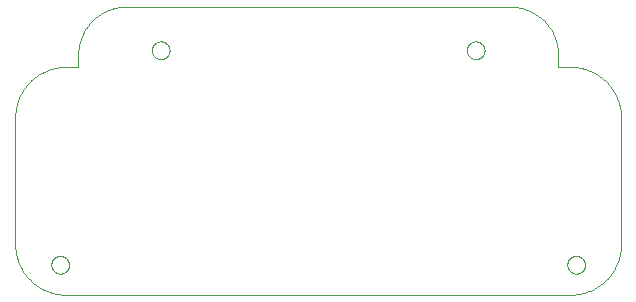
<source format=gko>
G75*
%MOIN*%
%OFA0B0*%
%FSLAX25Y25*%
%IPPOS*%
%LPD*%
%AMOC8*
5,1,8,0,0,1.08239X$1,22.5*
%
%ADD10C,0.00000*%
D10*
X0077000Y0035000D02*
X0245000Y0035000D01*
X0244047Y0045000D02*
X0244049Y0045108D01*
X0244055Y0045217D01*
X0244065Y0045325D01*
X0244079Y0045432D01*
X0244097Y0045539D01*
X0244118Y0045646D01*
X0244144Y0045751D01*
X0244174Y0045856D01*
X0244207Y0045959D01*
X0244244Y0046061D01*
X0244285Y0046161D01*
X0244329Y0046260D01*
X0244378Y0046358D01*
X0244429Y0046453D01*
X0244484Y0046546D01*
X0244543Y0046638D01*
X0244605Y0046727D01*
X0244670Y0046814D01*
X0244738Y0046898D01*
X0244809Y0046980D01*
X0244883Y0047059D01*
X0244960Y0047135D01*
X0245040Y0047209D01*
X0245123Y0047279D01*
X0245208Y0047347D01*
X0245295Y0047411D01*
X0245385Y0047472D01*
X0245477Y0047530D01*
X0245571Y0047584D01*
X0245667Y0047635D01*
X0245764Y0047682D01*
X0245864Y0047726D01*
X0245965Y0047766D01*
X0246067Y0047802D01*
X0246170Y0047834D01*
X0246275Y0047863D01*
X0246381Y0047887D01*
X0246487Y0047908D01*
X0246594Y0047925D01*
X0246702Y0047938D01*
X0246810Y0047947D01*
X0246919Y0047952D01*
X0247027Y0047953D01*
X0247136Y0047950D01*
X0247244Y0047943D01*
X0247352Y0047932D01*
X0247459Y0047917D01*
X0247566Y0047898D01*
X0247672Y0047875D01*
X0247777Y0047849D01*
X0247882Y0047818D01*
X0247984Y0047784D01*
X0248086Y0047746D01*
X0248186Y0047704D01*
X0248285Y0047659D01*
X0248382Y0047610D01*
X0248476Y0047557D01*
X0248569Y0047501D01*
X0248660Y0047442D01*
X0248749Y0047379D01*
X0248835Y0047314D01*
X0248919Y0047245D01*
X0249000Y0047173D01*
X0249078Y0047098D01*
X0249154Y0047020D01*
X0249227Y0046939D01*
X0249297Y0046856D01*
X0249363Y0046771D01*
X0249427Y0046683D01*
X0249487Y0046592D01*
X0249544Y0046500D01*
X0249597Y0046405D01*
X0249647Y0046309D01*
X0249693Y0046211D01*
X0249736Y0046111D01*
X0249775Y0046010D01*
X0249810Y0045907D01*
X0249842Y0045804D01*
X0249869Y0045699D01*
X0249893Y0045593D01*
X0249913Y0045486D01*
X0249929Y0045379D01*
X0249941Y0045271D01*
X0249949Y0045163D01*
X0249953Y0045054D01*
X0249953Y0044946D01*
X0249949Y0044837D01*
X0249941Y0044729D01*
X0249929Y0044621D01*
X0249913Y0044514D01*
X0249893Y0044407D01*
X0249869Y0044301D01*
X0249842Y0044196D01*
X0249810Y0044093D01*
X0249775Y0043990D01*
X0249736Y0043889D01*
X0249693Y0043789D01*
X0249647Y0043691D01*
X0249597Y0043595D01*
X0249544Y0043500D01*
X0249487Y0043408D01*
X0249427Y0043317D01*
X0249363Y0043229D01*
X0249297Y0043144D01*
X0249227Y0043061D01*
X0249154Y0042980D01*
X0249078Y0042902D01*
X0249000Y0042827D01*
X0248919Y0042755D01*
X0248835Y0042686D01*
X0248749Y0042621D01*
X0248660Y0042558D01*
X0248569Y0042499D01*
X0248477Y0042443D01*
X0248382Y0042390D01*
X0248285Y0042341D01*
X0248186Y0042296D01*
X0248086Y0042254D01*
X0247984Y0042216D01*
X0247882Y0042182D01*
X0247777Y0042151D01*
X0247672Y0042125D01*
X0247566Y0042102D01*
X0247459Y0042083D01*
X0247352Y0042068D01*
X0247244Y0042057D01*
X0247136Y0042050D01*
X0247027Y0042047D01*
X0246919Y0042048D01*
X0246810Y0042053D01*
X0246702Y0042062D01*
X0246594Y0042075D01*
X0246487Y0042092D01*
X0246381Y0042113D01*
X0246275Y0042137D01*
X0246170Y0042166D01*
X0246067Y0042198D01*
X0245965Y0042234D01*
X0245864Y0042274D01*
X0245764Y0042318D01*
X0245667Y0042365D01*
X0245571Y0042416D01*
X0245477Y0042470D01*
X0245385Y0042528D01*
X0245295Y0042589D01*
X0245208Y0042653D01*
X0245123Y0042721D01*
X0245040Y0042791D01*
X0244960Y0042865D01*
X0244883Y0042941D01*
X0244809Y0043020D01*
X0244738Y0043102D01*
X0244670Y0043186D01*
X0244605Y0043273D01*
X0244543Y0043362D01*
X0244484Y0043454D01*
X0244429Y0043547D01*
X0244378Y0043642D01*
X0244329Y0043740D01*
X0244285Y0043839D01*
X0244244Y0043939D01*
X0244207Y0044041D01*
X0244174Y0044144D01*
X0244144Y0044249D01*
X0244118Y0044354D01*
X0244097Y0044461D01*
X0244079Y0044568D01*
X0244065Y0044675D01*
X0244055Y0044783D01*
X0244049Y0044892D01*
X0244047Y0045000D01*
X0245000Y0035000D02*
X0245411Y0035005D01*
X0245821Y0035020D01*
X0246231Y0035045D01*
X0246641Y0035079D01*
X0247049Y0035124D01*
X0247456Y0035178D01*
X0247862Y0035243D01*
X0248266Y0035317D01*
X0248668Y0035401D01*
X0249068Y0035494D01*
X0249466Y0035597D01*
X0249861Y0035710D01*
X0250253Y0035832D01*
X0250642Y0035964D01*
X0251028Y0036105D01*
X0251411Y0036255D01*
X0251789Y0036415D01*
X0252164Y0036583D01*
X0252534Y0036761D01*
X0252900Y0036947D01*
X0253262Y0037143D01*
X0253618Y0037347D01*
X0253970Y0037559D01*
X0254316Y0037780D01*
X0254657Y0038009D01*
X0254992Y0038247D01*
X0255322Y0038492D01*
X0255645Y0038746D01*
X0255962Y0039007D01*
X0256273Y0039275D01*
X0256577Y0039551D01*
X0256875Y0039835D01*
X0257165Y0040125D01*
X0257449Y0040423D01*
X0257725Y0040727D01*
X0257993Y0041038D01*
X0258254Y0041355D01*
X0258508Y0041678D01*
X0258753Y0042008D01*
X0258991Y0042343D01*
X0259220Y0042684D01*
X0259441Y0043030D01*
X0259653Y0043382D01*
X0259857Y0043738D01*
X0260053Y0044100D01*
X0260239Y0044466D01*
X0260417Y0044836D01*
X0260585Y0045211D01*
X0260745Y0045589D01*
X0260895Y0045972D01*
X0261036Y0046358D01*
X0261168Y0046747D01*
X0261290Y0047139D01*
X0261403Y0047534D01*
X0261506Y0047932D01*
X0261599Y0048332D01*
X0261683Y0048734D01*
X0261757Y0049138D01*
X0261822Y0049544D01*
X0261876Y0049951D01*
X0261921Y0050359D01*
X0261955Y0050769D01*
X0261980Y0051179D01*
X0261995Y0051589D01*
X0262000Y0052000D01*
X0262000Y0094000D01*
X0261995Y0094411D01*
X0261980Y0094821D01*
X0261955Y0095231D01*
X0261921Y0095641D01*
X0261876Y0096049D01*
X0261822Y0096456D01*
X0261757Y0096862D01*
X0261683Y0097266D01*
X0261599Y0097668D01*
X0261506Y0098068D01*
X0261403Y0098466D01*
X0261290Y0098861D01*
X0261168Y0099253D01*
X0261036Y0099642D01*
X0260895Y0100028D01*
X0260745Y0100411D01*
X0260585Y0100789D01*
X0260417Y0101164D01*
X0260239Y0101534D01*
X0260053Y0101900D01*
X0259857Y0102262D01*
X0259653Y0102618D01*
X0259441Y0102970D01*
X0259220Y0103316D01*
X0258991Y0103657D01*
X0258753Y0103992D01*
X0258508Y0104322D01*
X0258254Y0104645D01*
X0257993Y0104962D01*
X0257725Y0105273D01*
X0257449Y0105577D01*
X0257165Y0105875D01*
X0256875Y0106165D01*
X0256577Y0106449D01*
X0256273Y0106725D01*
X0255962Y0106993D01*
X0255645Y0107254D01*
X0255322Y0107508D01*
X0254992Y0107753D01*
X0254657Y0107991D01*
X0254316Y0108220D01*
X0253970Y0108441D01*
X0253618Y0108653D01*
X0253262Y0108857D01*
X0252900Y0109053D01*
X0252534Y0109239D01*
X0252164Y0109417D01*
X0251789Y0109585D01*
X0251411Y0109745D01*
X0251028Y0109895D01*
X0250642Y0110036D01*
X0250253Y0110168D01*
X0249861Y0110290D01*
X0249466Y0110403D01*
X0249068Y0110506D01*
X0248668Y0110599D01*
X0248266Y0110683D01*
X0247862Y0110757D01*
X0247456Y0110822D01*
X0247049Y0110876D01*
X0246641Y0110921D01*
X0246231Y0110955D01*
X0245821Y0110980D01*
X0245411Y0110995D01*
X0245000Y0111000D01*
X0241000Y0111000D01*
X0241000Y0115000D01*
X0240995Y0115387D01*
X0240981Y0115773D01*
X0240958Y0116159D01*
X0240925Y0116544D01*
X0240883Y0116929D01*
X0240832Y0117312D01*
X0240772Y0117694D01*
X0240702Y0118074D01*
X0240623Y0118453D01*
X0240535Y0118829D01*
X0240438Y0119203D01*
X0240332Y0119575D01*
X0240217Y0119944D01*
X0240093Y0120311D01*
X0239960Y0120674D01*
X0239819Y0121034D01*
X0239669Y0121390D01*
X0239510Y0121742D01*
X0239343Y0122091D01*
X0239167Y0122436D01*
X0238983Y0122776D01*
X0238792Y0123111D01*
X0238591Y0123442D01*
X0238384Y0123768D01*
X0238168Y0124089D01*
X0237944Y0124405D01*
X0237713Y0124715D01*
X0237475Y0125019D01*
X0237229Y0125317D01*
X0236976Y0125610D01*
X0236716Y0125896D01*
X0236450Y0126176D01*
X0236176Y0126450D01*
X0235896Y0126716D01*
X0235610Y0126976D01*
X0235317Y0127229D01*
X0235019Y0127475D01*
X0234715Y0127713D01*
X0234405Y0127944D01*
X0234089Y0128168D01*
X0233768Y0128384D01*
X0233442Y0128591D01*
X0233111Y0128792D01*
X0232776Y0128983D01*
X0232436Y0129167D01*
X0232091Y0129343D01*
X0231742Y0129510D01*
X0231390Y0129669D01*
X0231034Y0129819D01*
X0230674Y0129960D01*
X0230311Y0130093D01*
X0229944Y0130217D01*
X0229575Y0130332D01*
X0229203Y0130438D01*
X0228829Y0130535D01*
X0228453Y0130623D01*
X0228074Y0130702D01*
X0227694Y0130772D01*
X0227312Y0130832D01*
X0226929Y0130883D01*
X0226544Y0130925D01*
X0226159Y0130958D01*
X0225773Y0130981D01*
X0225387Y0130995D01*
X0225000Y0131000D01*
X0097000Y0131000D01*
X0105547Y0116500D02*
X0105549Y0116608D01*
X0105555Y0116717D01*
X0105565Y0116825D01*
X0105579Y0116932D01*
X0105597Y0117039D01*
X0105618Y0117146D01*
X0105644Y0117251D01*
X0105674Y0117356D01*
X0105707Y0117459D01*
X0105744Y0117561D01*
X0105785Y0117661D01*
X0105829Y0117760D01*
X0105878Y0117858D01*
X0105929Y0117953D01*
X0105984Y0118046D01*
X0106043Y0118138D01*
X0106105Y0118227D01*
X0106170Y0118314D01*
X0106238Y0118398D01*
X0106309Y0118480D01*
X0106383Y0118559D01*
X0106460Y0118635D01*
X0106540Y0118709D01*
X0106623Y0118779D01*
X0106708Y0118847D01*
X0106795Y0118911D01*
X0106885Y0118972D01*
X0106977Y0119030D01*
X0107071Y0119084D01*
X0107167Y0119135D01*
X0107264Y0119182D01*
X0107364Y0119226D01*
X0107465Y0119266D01*
X0107567Y0119302D01*
X0107670Y0119334D01*
X0107775Y0119363D01*
X0107881Y0119387D01*
X0107987Y0119408D01*
X0108094Y0119425D01*
X0108202Y0119438D01*
X0108310Y0119447D01*
X0108419Y0119452D01*
X0108527Y0119453D01*
X0108636Y0119450D01*
X0108744Y0119443D01*
X0108852Y0119432D01*
X0108959Y0119417D01*
X0109066Y0119398D01*
X0109172Y0119375D01*
X0109277Y0119349D01*
X0109382Y0119318D01*
X0109484Y0119284D01*
X0109586Y0119246D01*
X0109686Y0119204D01*
X0109785Y0119159D01*
X0109882Y0119110D01*
X0109976Y0119057D01*
X0110069Y0119001D01*
X0110160Y0118942D01*
X0110249Y0118879D01*
X0110335Y0118814D01*
X0110419Y0118745D01*
X0110500Y0118673D01*
X0110578Y0118598D01*
X0110654Y0118520D01*
X0110727Y0118439D01*
X0110797Y0118356D01*
X0110863Y0118271D01*
X0110927Y0118183D01*
X0110987Y0118092D01*
X0111044Y0118000D01*
X0111097Y0117905D01*
X0111147Y0117809D01*
X0111193Y0117711D01*
X0111236Y0117611D01*
X0111275Y0117510D01*
X0111310Y0117407D01*
X0111342Y0117304D01*
X0111369Y0117199D01*
X0111393Y0117093D01*
X0111413Y0116986D01*
X0111429Y0116879D01*
X0111441Y0116771D01*
X0111449Y0116663D01*
X0111453Y0116554D01*
X0111453Y0116446D01*
X0111449Y0116337D01*
X0111441Y0116229D01*
X0111429Y0116121D01*
X0111413Y0116014D01*
X0111393Y0115907D01*
X0111369Y0115801D01*
X0111342Y0115696D01*
X0111310Y0115593D01*
X0111275Y0115490D01*
X0111236Y0115389D01*
X0111193Y0115289D01*
X0111147Y0115191D01*
X0111097Y0115095D01*
X0111044Y0115000D01*
X0110987Y0114908D01*
X0110927Y0114817D01*
X0110863Y0114729D01*
X0110797Y0114644D01*
X0110727Y0114561D01*
X0110654Y0114480D01*
X0110578Y0114402D01*
X0110500Y0114327D01*
X0110419Y0114255D01*
X0110335Y0114186D01*
X0110249Y0114121D01*
X0110160Y0114058D01*
X0110069Y0113999D01*
X0109977Y0113943D01*
X0109882Y0113890D01*
X0109785Y0113841D01*
X0109686Y0113796D01*
X0109586Y0113754D01*
X0109484Y0113716D01*
X0109382Y0113682D01*
X0109277Y0113651D01*
X0109172Y0113625D01*
X0109066Y0113602D01*
X0108959Y0113583D01*
X0108852Y0113568D01*
X0108744Y0113557D01*
X0108636Y0113550D01*
X0108527Y0113547D01*
X0108419Y0113548D01*
X0108310Y0113553D01*
X0108202Y0113562D01*
X0108094Y0113575D01*
X0107987Y0113592D01*
X0107881Y0113613D01*
X0107775Y0113637D01*
X0107670Y0113666D01*
X0107567Y0113698D01*
X0107465Y0113734D01*
X0107364Y0113774D01*
X0107264Y0113818D01*
X0107167Y0113865D01*
X0107071Y0113916D01*
X0106977Y0113970D01*
X0106885Y0114028D01*
X0106795Y0114089D01*
X0106708Y0114153D01*
X0106623Y0114221D01*
X0106540Y0114291D01*
X0106460Y0114365D01*
X0106383Y0114441D01*
X0106309Y0114520D01*
X0106238Y0114602D01*
X0106170Y0114686D01*
X0106105Y0114773D01*
X0106043Y0114862D01*
X0105984Y0114954D01*
X0105929Y0115047D01*
X0105878Y0115142D01*
X0105829Y0115240D01*
X0105785Y0115339D01*
X0105744Y0115439D01*
X0105707Y0115541D01*
X0105674Y0115644D01*
X0105644Y0115749D01*
X0105618Y0115854D01*
X0105597Y0115961D01*
X0105579Y0116068D01*
X0105565Y0116175D01*
X0105555Y0116283D01*
X0105549Y0116392D01*
X0105547Y0116500D01*
X0097000Y0131000D02*
X0096613Y0130995D01*
X0096227Y0130981D01*
X0095841Y0130958D01*
X0095456Y0130925D01*
X0095071Y0130883D01*
X0094688Y0130832D01*
X0094306Y0130772D01*
X0093926Y0130702D01*
X0093547Y0130623D01*
X0093171Y0130535D01*
X0092797Y0130438D01*
X0092425Y0130332D01*
X0092056Y0130217D01*
X0091689Y0130093D01*
X0091326Y0129960D01*
X0090966Y0129819D01*
X0090610Y0129669D01*
X0090258Y0129510D01*
X0089909Y0129343D01*
X0089564Y0129167D01*
X0089224Y0128983D01*
X0088889Y0128792D01*
X0088558Y0128591D01*
X0088232Y0128384D01*
X0087911Y0128168D01*
X0087595Y0127944D01*
X0087285Y0127713D01*
X0086981Y0127475D01*
X0086683Y0127229D01*
X0086390Y0126976D01*
X0086104Y0126716D01*
X0085824Y0126450D01*
X0085550Y0126176D01*
X0085284Y0125896D01*
X0085024Y0125610D01*
X0084771Y0125317D01*
X0084525Y0125019D01*
X0084287Y0124715D01*
X0084056Y0124405D01*
X0083832Y0124089D01*
X0083616Y0123768D01*
X0083409Y0123442D01*
X0083208Y0123111D01*
X0083017Y0122776D01*
X0082833Y0122436D01*
X0082657Y0122091D01*
X0082490Y0121742D01*
X0082331Y0121390D01*
X0082181Y0121034D01*
X0082040Y0120674D01*
X0081907Y0120311D01*
X0081783Y0119944D01*
X0081668Y0119575D01*
X0081562Y0119203D01*
X0081465Y0118829D01*
X0081377Y0118453D01*
X0081298Y0118074D01*
X0081228Y0117694D01*
X0081168Y0117312D01*
X0081117Y0116929D01*
X0081075Y0116544D01*
X0081042Y0116159D01*
X0081019Y0115773D01*
X0081005Y0115387D01*
X0081000Y0115000D01*
X0081000Y0111000D01*
X0077000Y0111000D01*
X0076589Y0110995D01*
X0076179Y0110980D01*
X0075769Y0110955D01*
X0075359Y0110921D01*
X0074951Y0110876D01*
X0074544Y0110822D01*
X0074138Y0110757D01*
X0073734Y0110683D01*
X0073332Y0110599D01*
X0072932Y0110506D01*
X0072534Y0110403D01*
X0072139Y0110290D01*
X0071747Y0110168D01*
X0071358Y0110036D01*
X0070972Y0109895D01*
X0070589Y0109745D01*
X0070211Y0109585D01*
X0069836Y0109417D01*
X0069466Y0109239D01*
X0069100Y0109053D01*
X0068738Y0108857D01*
X0068382Y0108653D01*
X0068030Y0108441D01*
X0067684Y0108220D01*
X0067343Y0107991D01*
X0067008Y0107753D01*
X0066678Y0107508D01*
X0066355Y0107254D01*
X0066038Y0106993D01*
X0065727Y0106725D01*
X0065423Y0106449D01*
X0065125Y0106165D01*
X0064835Y0105875D01*
X0064551Y0105577D01*
X0064275Y0105273D01*
X0064007Y0104962D01*
X0063746Y0104645D01*
X0063492Y0104322D01*
X0063247Y0103992D01*
X0063009Y0103657D01*
X0062780Y0103316D01*
X0062559Y0102970D01*
X0062347Y0102618D01*
X0062143Y0102262D01*
X0061947Y0101900D01*
X0061761Y0101534D01*
X0061583Y0101164D01*
X0061415Y0100789D01*
X0061255Y0100411D01*
X0061105Y0100028D01*
X0060964Y0099642D01*
X0060832Y0099253D01*
X0060710Y0098861D01*
X0060597Y0098466D01*
X0060494Y0098068D01*
X0060401Y0097668D01*
X0060317Y0097266D01*
X0060243Y0096862D01*
X0060178Y0096456D01*
X0060124Y0096049D01*
X0060079Y0095641D01*
X0060045Y0095231D01*
X0060020Y0094821D01*
X0060005Y0094411D01*
X0060000Y0094000D01*
X0060000Y0052000D01*
X0072047Y0045000D02*
X0072049Y0045108D01*
X0072055Y0045217D01*
X0072065Y0045325D01*
X0072079Y0045432D01*
X0072097Y0045539D01*
X0072118Y0045646D01*
X0072144Y0045751D01*
X0072174Y0045856D01*
X0072207Y0045959D01*
X0072244Y0046061D01*
X0072285Y0046161D01*
X0072329Y0046260D01*
X0072378Y0046358D01*
X0072429Y0046453D01*
X0072484Y0046546D01*
X0072543Y0046638D01*
X0072605Y0046727D01*
X0072670Y0046814D01*
X0072738Y0046898D01*
X0072809Y0046980D01*
X0072883Y0047059D01*
X0072960Y0047135D01*
X0073040Y0047209D01*
X0073123Y0047279D01*
X0073208Y0047347D01*
X0073295Y0047411D01*
X0073385Y0047472D01*
X0073477Y0047530D01*
X0073571Y0047584D01*
X0073667Y0047635D01*
X0073764Y0047682D01*
X0073864Y0047726D01*
X0073965Y0047766D01*
X0074067Y0047802D01*
X0074170Y0047834D01*
X0074275Y0047863D01*
X0074381Y0047887D01*
X0074487Y0047908D01*
X0074594Y0047925D01*
X0074702Y0047938D01*
X0074810Y0047947D01*
X0074919Y0047952D01*
X0075027Y0047953D01*
X0075136Y0047950D01*
X0075244Y0047943D01*
X0075352Y0047932D01*
X0075459Y0047917D01*
X0075566Y0047898D01*
X0075672Y0047875D01*
X0075777Y0047849D01*
X0075882Y0047818D01*
X0075984Y0047784D01*
X0076086Y0047746D01*
X0076186Y0047704D01*
X0076285Y0047659D01*
X0076382Y0047610D01*
X0076476Y0047557D01*
X0076569Y0047501D01*
X0076660Y0047442D01*
X0076749Y0047379D01*
X0076835Y0047314D01*
X0076919Y0047245D01*
X0077000Y0047173D01*
X0077078Y0047098D01*
X0077154Y0047020D01*
X0077227Y0046939D01*
X0077297Y0046856D01*
X0077363Y0046771D01*
X0077427Y0046683D01*
X0077487Y0046592D01*
X0077544Y0046500D01*
X0077597Y0046405D01*
X0077647Y0046309D01*
X0077693Y0046211D01*
X0077736Y0046111D01*
X0077775Y0046010D01*
X0077810Y0045907D01*
X0077842Y0045804D01*
X0077869Y0045699D01*
X0077893Y0045593D01*
X0077913Y0045486D01*
X0077929Y0045379D01*
X0077941Y0045271D01*
X0077949Y0045163D01*
X0077953Y0045054D01*
X0077953Y0044946D01*
X0077949Y0044837D01*
X0077941Y0044729D01*
X0077929Y0044621D01*
X0077913Y0044514D01*
X0077893Y0044407D01*
X0077869Y0044301D01*
X0077842Y0044196D01*
X0077810Y0044093D01*
X0077775Y0043990D01*
X0077736Y0043889D01*
X0077693Y0043789D01*
X0077647Y0043691D01*
X0077597Y0043595D01*
X0077544Y0043500D01*
X0077487Y0043408D01*
X0077427Y0043317D01*
X0077363Y0043229D01*
X0077297Y0043144D01*
X0077227Y0043061D01*
X0077154Y0042980D01*
X0077078Y0042902D01*
X0077000Y0042827D01*
X0076919Y0042755D01*
X0076835Y0042686D01*
X0076749Y0042621D01*
X0076660Y0042558D01*
X0076569Y0042499D01*
X0076477Y0042443D01*
X0076382Y0042390D01*
X0076285Y0042341D01*
X0076186Y0042296D01*
X0076086Y0042254D01*
X0075984Y0042216D01*
X0075882Y0042182D01*
X0075777Y0042151D01*
X0075672Y0042125D01*
X0075566Y0042102D01*
X0075459Y0042083D01*
X0075352Y0042068D01*
X0075244Y0042057D01*
X0075136Y0042050D01*
X0075027Y0042047D01*
X0074919Y0042048D01*
X0074810Y0042053D01*
X0074702Y0042062D01*
X0074594Y0042075D01*
X0074487Y0042092D01*
X0074381Y0042113D01*
X0074275Y0042137D01*
X0074170Y0042166D01*
X0074067Y0042198D01*
X0073965Y0042234D01*
X0073864Y0042274D01*
X0073764Y0042318D01*
X0073667Y0042365D01*
X0073571Y0042416D01*
X0073477Y0042470D01*
X0073385Y0042528D01*
X0073295Y0042589D01*
X0073208Y0042653D01*
X0073123Y0042721D01*
X0073040Y0042791D01*
X0072960Y0042865D01*
X0072883Y0042941D01*
X0072809Y0043020D01*
X0072738Y0043102D01*
X0072670Y0043186D01*
X0072605Y0043273D01*
X0072543Y0043362D01*
X0072484Y0043454D01*
X0072429Y0043547D01*
X0072378Y0043642D01*
X0072329Y0043740D01*
X0072285Y0043839D01*
X0072244Y0043939D01*
X0072207Y0044041D01*
X0072174Y0044144D01*
X0072144Y0044249D01*
X0072118Y0044354D01*
X0072097Y0044461D01*
X0072079Y0044568D01*
X0072065Y0044675D01*
X0072055Y0044783D01*
X0072049Y0044892D01*
X0072047Y0045000D01*
X0077000Y0035000D02*
X0076589Y0035005D01*
X0076179Y0035020D01*
X0075769Y0035045D01*
X0075359Y0035079D01*
X0074951Y0035124D01*
X0074544Y0035178D01*
X0074138Y0035243D01*
X0073734Y0035317D01*
X0073332Y0035401D01*
X0072932Y0035494D01*
X0072534Y0035597D01*
X0072139Y0035710D01*
X0071747Y0035832D01*
X0071358Y0035964D01*
X0070972Y0036105D01*
X0070589Y0036255D01*
X0070211Y0036415D01*
X0069836Y0036583D01*
X0069466Y0036761D01*
X0069100Y0036947D01*
X0068738Y0037143D01*
X0068382Y0037347D01*
X0068030Y0037559D01*
X0067684Y0037780D01*
X0067343Y0038009D01*
X0067008Y0038247D01*
X0066678Y0038492D01*
X0066355Y0038746D01*
X0066038Y0039007D01*
X0065727Y0039275D01*
X0065423Y0039551D01*
X0065125Y0039835D01*
X0064835Y0040125D01*
X0064551Y0040423D01*
X0064275Y0040727D01*
X0064007Y0041038D01*
X0063746Y0041355D01*
X0063492Y0041678D01*
X0063247Y0042008D01*
X0063009Y0042343D01*
X0062780Y0042684D01*
X0062559Y0043030D01*
X0062347Y0043382D01*
X0062143Y0043738D01*
X0061947Y0044100D01*
X0061761Y0044466D01*
X0061583Y0044836D01*
X0061415Y0045211D01*
X0061255Y0045589D01*
X0061105Y0045972D01*
X0060964Y0046358D01*
X0060832Y0046747D01*
X0060710Y0047139D01*
X0060597Y0047534D01*
X0060494Y0047932D01*
X0060401Y0048332D01*
X0060317Y0048734D01*
X0060243Y0049138D01*
X0060178Y0049544D01*
X0060124Y0049951D01*
X0060079Y0050359D01*
X0060045Y0050769D01*
X0060020Y0051179D01*
X0060005Y0051589D01*
X0060000Y0052000D01*
X0210547Y0116500D02*
X0210549Y0116608D01*
X0210555Y0116717D01*
X0210565Y0116825D01*
X0210579Y0116932D01*
X0210597Y0117039D01*
X0210618Y0117146D01*
X0210644Y0117251D01*
X0210674Y0117356D01*
X0210707Y0117459D01*
X0210744Y0117561D01*
X0210785Y0117661D01*
X0210829Y0117760D01*
X0210878Y0117858D01*
X0210929Y0117953D01*
X0210984Y0118046D01*
X0211043Y0118138D01*
X0211105Y0118227D01*
X0211170Y0118314D01*
X0211238Y0118398D01*
X0211309Y0118480D01*
X0211383Y0118559D01*
X0211460Y0118635D01*
X0211540Y0118709D01*
X0211623Y0118779D01*
X0211708Y0118847D01*
X0211795Y0118911D01*
X0211885Y0118972D01*
X0211977Y0119030D01*
X0212071Y0119084D01*
X0212167Y0119135D01*
X0212264Y0119182D01*
X0212364Y0119226D01*
X0212465Y0119266D01*
X0212567Y0119302D01*
X0212670Y0119334D01*
X0212775Y0119363D01*
X0212881Y0119387D01*
X0212987Y0119408D01*
X0213094Y0119425D01*
X0213202Y0119438D01*
X0213310Y0119447D01*
X0213419Y0119452D01*
X0213527Y0119453D01*
X0213636Y0119450D01*
X0213744Y0119443D01*
X0213852Y0119432D01*
X0213959Y0119417D01*
X0214066Y0119398D01*
X0214172Y0119375D01*
X0214277Y0119349D01*
X0214382Y0119318D01*
X0214484Y0119284D01*
X0214586Y0119246D01*
X0214686Y0119204D01*
X0214785Y0119159D01*
X0214882Y0119110D01*
X0214976Y0119057D01*
X0215069Y0119001D01*
X0215160Y0118942D01*
X0215249Y0118879D01*
X0215335Y0118814D01*
X0215419Y0118745D01*
X0215500Y0118673D01*
X0215578Y0118598D01*
X0215654Y0118520D01*
X0215727Y0118439D01*
X0215797Y0118356D01*
X0215863Y0118271D01*
X0215927Y0118183D01*
X0215987Y0118092D01*
X0216044Y0118000D01*
X0216097Y0117905D01*
X0216147Y0117809D01*
X0216193Y0117711D01*
X0216236Y0117611D01*
X0216275Y0117510D01*
X0216310Y0117407D01*
X0216342Y0117304D01*
X0216369Y0117199D01*
X0216393Y0117093D01*
X0216413Y0116986D01*
X0216429Y0116879D01*
X0216441Y0116771D01*
X0216449Y0116663D01*
X0216453Y0116554D01*
X0216453Y0116446D01*
X0216449Y0116337D01*
X0216441Y0116229D01*
X0216429Y0116121D01*
X0216413Y0116014D01*
X0216393Y0115907D01*
X0216369Y0115801D01*
X0216342Y0115696D01*
X0216310Y0115593D01*
X0216275Y0115490D01*
X0216236Y0115389D01*
X0216193Y0115289D01*
X0216147Y0115191D01*
X0216097Y0115095D01*
X0216044Y0115000D01*
X0215987Y0114908D01*
X0215927Y0114817D01*
X0215863Y0114729D01*
X0215797Y0114644D01*
X0215727Y0114561D01*
X0215654Y0114480D01*
X0215578Y0114402D01*
X0215500Y0114327D01*
X0215419Y0114255D01*
X0215335Y0114186D01*
X0215249Y0114121D01*
X0215160Y0114058D01*
X0215069Y0113999D01*
X0214977Y0113943D01*
X0214882Y0113890D01*
X0214785Y0113841D01*
X0214686Y0113796D01*
X0214586Y0113754D01*
X0214484Y0113716D01*
X0214382Y0113682D01*
X0214277Y0113651D01*
X0214172Y0113625D01*
X0214066Y0113602D01*
X0213959Y0113583D01*
X0213852Y0113568D01*
X0213744Y0113557D01*
X0213636Y0113550D01*
X0213527Y0113547D01*
X0213419Y0113548D01*
X0213310Y0113553D01*
X0213202Y0113562D01*
X0213094Y0113575D01*
X0212987Y0113592D01*
X0212881Y0113613D01*
X0212775Y0113637D01*
X0212670Y0113666D01*
X0212567Y0113698D01*
X0212465Y0113734D01*
X0212364Y0113774D01*
X0212264Y0113818D01*
X0212167Y0113865D01*
X0212071Y0113916D01*
X0211977Y0113970D01*
X0211885Y0114028D01*
X0211795Y0114089D01*
X0211708Y0114153D01*
X0211623Y0114221D01*
X0211540Y0114291D01*
X0211460Y0114365D01*
X0211383Y0114441D01*
X0211309Y0114520D01*
X0211238Y0114602D01*
X0211170Y0114686D01*
X0211105Y0114773D01*
X0211043Y0114862D01*
X0210984Y0114954D01*
X0210929Y0115047D01*
X0210878Y0115142D01*
X0210829Y0115240D01*
X0210785Y0115339D01*
X0210744Y0115439D01*
X0210707Y0115541D01*
X0210674Y0115644D01*
X0210644Y0115749D01*
X0210618Y0115854D01*
X0210597Y0115961D01*
X0210579Y0116068D01*
X0210565Y0116175D01*
X0210555Y0116283D01*
X0210549Y0116392D01*
X0210547Y0116500D01*
M02*

</source>
